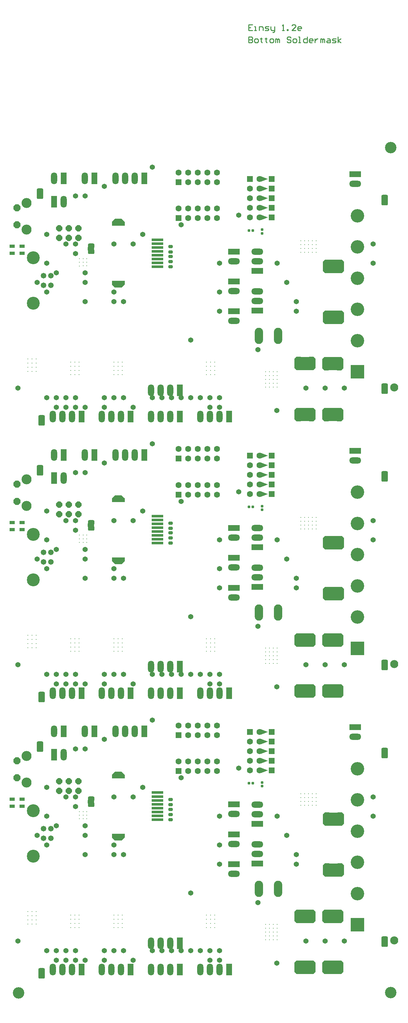
<source format=gbs>
G04*
G04 #@! TF.GenerationSoftware,Altium Limited,Altium Designer,21.0.8 (223)*
G04*
G04 Layer_Color=16711935*
%FSLAX24Y24*%
%MOIN*%
G70*
G04*
G04 #@! TF.SameCoordinates,E1815635-7A5D-4FD7-A7C0-F7DF1B681885*
G04*
G04*
G04 #@! TF.FilePolarity,Negative*
G04*
G01*
G75*
%ADD12C,0.0100*%
%ADD142C,0.0580*%
%ADD192C,0.0631*%
G04:AMPARAMS|DCode=196|XSize=118.7mil|YSize=118.7mil|CornerRadius=59.4mil|HoleSize=0mil|Usage=FLASHONLY|Rotation=90.000|XOffset=0mil|YOffset=0mil|HoleType=Round|Shape=RoundedRectangle|*
%AMROUNDEDRECTD196*
21,1,0.1187,0.0000,0,0,90.0*
21,1,0.0000,0.1187,0,0,90.0*
1,1,0.1187,0.0000,0.0000*
1,1,0.1187,0.0000,0.0000*
1,1,0.1187,0.0000,0.0000*
1,1,0.1187,0.0000,0.0000*
%
%ADD196ROUNDEDRECTD196*%
G04:AMPARAMS|DCode=201|XSize=26mil|YSize=28mil|CornerRadius=6.4mil|HoleSize=0mil|Usage=FLASHONLY|Rotation=90.000|XOffset=0mil|YOffset=0mil|HoleType=Round|Shape=RoundedRectangle|*
%AMROUNDEDRECTD201*
21,1,0.0260,0.0152,0,0,90.0*
21,1,0.0132,0.0280,0,0,90.0*
1,1,0.0128,0.0076,0.0066*
1,1,0.0128,0.0076,-0.0066*
1,1,0.0128,-0.0076,-0.0066*
1,1,0.0128,-0.0076,0.0066*
%
%ADD201ROUNDEDRECTD201*%
G04:AMPARAMS|DCode=207|XSize=26mil|YSize=28mil|CornerRadius=6.4mil|HoleSize=0mil|Usage=FLASHONLY|Rotation=180.000|XOffset=0mil|YOffset=0mil|HoleType=Round|Shape=RoundedRectangle|*
%AMROUNDEDRECTD207*
21,1,0.0260,0.0152,0,0,180.0*
21,1,0.0132,0.0280,0,0,180.0*
1,1,0.0128,-0.0066,0.0076*
1,1,0.0128,0.0066,0.0076*
1,1,0.0128,0.0066,-0.0076*
1,1,0.0128,-0.0066,-0.0076*
%
%ADD207ROUNDEDRECTD207*%
G04:AMPARAMS|DCode=222|XSize=33.1mil|YSize=43.4mil|CornerRadius=7.8mil|HoleSize=0mil|Usage=FLASHONLY|Rotation=90.000|XOffset=0mil|YOffset=0mil|HoleType=Round|Shape=RoundedRectangle|*
%AMROUNDEDRECTD222*
21,1,0.0331,0.0277,0,0,90.0*
21,1,0.0175,0.0434,0,0,90.0*
1,1,0.0157,0.0139,0.0087*
1,1,0.0157,0.0139,-0.0087*
1,1,0.0157,-0.0139,-0.0087*
1,1,0.0157,-0.0139,0.0087*
%
%ADD222ROUNDEDRECTD222*%
G04:AMPARAMS|DCode=230|XSize=54mil|YSize=54mil|CornerRadius=27mil|HoleSize=0mil|Usage=FLASHONLY|Rotation=270.000|XOffset=0mil|YOffset=0mil|HoleType=Round|Shape=RoundedRectangle|*
%AMROUNDEDRECTD230*
21,1,0.0540,0.0000,0,0,270.0*
21,1,0.0000,0.0540,0,0,270.0*
1,1,0.0540,0.0000,0.0000*
1,1,0.0540,0.0000,0.0000*
1,1,0.0540,0.0000,0.0000*
1,1,0.0540,0.0000,0.0000*
%
%ADD230ROUNDEDRECTD230*%
%ADD254R,0.0631X0.0631*%
%ADD255C,0.0631*%
%ADD256O,0.0865X0.1690*%
%ADD257R,0.0631X0.0631*%
G04:AMPARAMS|DCode=258|XSize=137mil|YSize=87mil|CornerRadius=0mil|HoleSize=0mil|Usage=FLASHONLY|Rotation=270.000|XOffset=0mil|YOffset=0mil|HoleType=Round|Shape=Octagon|*
%AMOCTAGOND258*
4,1,8,-0.0217,-0.0685,0.0217,-0.0685,0.0435,-0.0468,0.0435,0.0468,0.0217,0.0685,-0.0217,0.0685,-0.0435,0.0468,-0.0435,-0.0468,-0.0217,-0.0685,0.0*
%
%ADD258OCTAGOND258*%

%ADD259P,0.0714X8X22.5*%
%ADD260C,0.1345*%
%ADD261P,0.0801X8X292.5*%
%ADD262C,0.1040*%
%ADD263R,0.1240X0.0640*%
%ADD264O,0.1240X0.0640*%
%ADD265R,0.0640X0.1240*%
%ADD266O,0.0640X0.1240*%
%ADD267O,0.1400X0.1400*%
%ADD268R,0.1400X0.1400*%
%ADD269C,0.0840*%
%ADD270R,0.0704X0.0354*%
%ADD271R,0.1241X0.0280*%
G04:AMPARAMS|DCode=272|XSize=54mil|YSize=54mil|CornerRadius=27mil|HoleSize=0mil|Usage=FLASHONLY|Rotation=180.000|XOffset=0mil|YOffset=0mil|HoleType=Round|Shape=RoundedRectangle|*
%AMROUNDEDRECTD272*
21,1,0.0540,0.0000,0,0,180.0*
21,1,0.0000,0.0540,0,0,180.0*
1,1,0.0540,0.0000,0.0000*
1,1,0.0540,0.0000,0.0000*
1,1,0.0540,0.0000,0.0000*
1,1,0.0540,0.0000,0.0000*
%
%ADD272ROUNDEDRECTD272*%
G04:AMPARAMS|DCode=273|XSize=50mil|YSize=67mil|CornerRadius=13.5mil|HoleSize=0mil|Usage=FLASHONLY|Rotation=270.000|XOffset=0mil|YOffset=0mil|HoleType=Round|Shape=RoundedRectangle|*
%AMROUNDEDRECTD273*
21,1,0.0500,0.0400,0,0,270.0*
21,1,0.0230,0.0670,0,0,270.0*
1,1,0.0270,-0.0200,-0.0115*
1,1,0.0270,-0.0200,0.0115*
1,1,0.0270,0.0200,0.0115*
1,1,0.0270,0.0200,-0.0115*
%
%ADD273ROUNDEDRECTD273*%
%ADD274R,0.0532X0.0375*%
%ADD275R,0.0631X0.0631*%
%ADD276C,0.0100*%
G36*
X39025Y95285D02*
X38235Y94985D01*
X38355Y95105D01*
Y95465D01*
X38235Y95585D01*
X39025Y95285D01*
D02*
G37*
G36*
Y94285D02*
X38235Y93985D01*
X38355Y94105D01*
Y94465D01*
X38235Y94585D01*
X39025Y94285D01*
D02*
G37*
G36*
Y93285D02*
X38235Y92985D01*
X38355Y93105D01*
Y93465D01*
X38235Y93585D01*
X39025Y93285D01*
D02*
G37*
G36*
Y92285D02*
X38235Y91985D01*
X38355Y92105D01*
Y92465D01*
X38235Y92585D01*
X39025Y92285D01*
D02*
G37*
G36*
Y91285D02*
X38235Y90985D01*
X38355Y91105D01*
Y91465D01*
X38235Y91585D01*
X39025Y91285D01*
D02*
G37*
G36*
X24049Y90887D02*
X24104Y90832D01*
X24104Y90447D01*
X22765Y90447D01*
Y90832D01*
X23084Y91151D01*
X23785D01*
X24049Y90887D01*
D02*
G37*
G36*
X46289Y85514D02*
X45379D01*
Y86904D01*
X46289D01*
Y85514D01*
D02*
G37*
G36*
X24104Y84691D02*
X24104Y84305D01*
X24049Y84250D01*
X23785Y83986D01*
X23084D01*
X22765Y84305D01*
Y84691D01*
X24104Y84691D01*
D02*
G37*
G36*
X46289Y80214D02*
X45379D01*
Y81604D01*
X46289D01*
Y80214D01*
D02*
G37*
G36*
X43338Y75388D02*
X42428D01*
Y76778D01*
X43338D01*
Y75388D01*
D02*
G37*
G36*
X46239Y75384D02*
X45329D01*
Y76774D01*
X46239D01*
Y75384D01*
D02*
G37*
G36*
X43338Y70088D02*
X42428D01*
Y71478D01*
X43338D01*
Y70088D01*
D02*
G37*
G36*
X46239Y70084D02*
X45329D01*
Y71474D01*
X46239D01*
Y70084D01*
D02*
G37*
G36*
X39025Y66505D02*
X38235Y66205D01*
X38355Y66325D01*
Y66685D01*
X38235Y66805D01*
X39025Y66505D01*
D02*
G37*
G36*
Y65505D02*
X38235Y65205D01*
X38355Y65325D01*
Y65685D01*
X38235Y65805D01*
X39025Y65505D01*
D02*
G37*
G36*
Y64505D02*
X38235Y64205D01*
X38355Y64325D01*
Y64685D01*
X38235Y64805D01*
X39025Y64505D01*
D02*
G37*
G36*
Y63505D02*
X38235Y63205D01*
X38355Y63325D01*
Y63685D01*
X38235Y63805D01*
X39025Y63505D01*
D02*
G37*
G36*
Y62505D02*
X38235Y62205D01*
X38355Y62325D01*
Y62685D01*
X38235Y62805D01*
X39025Y62505D01*
D02*
G37*
G36*
X24049Y62108D02*
X24104Y62053D01*
X24104Y61667D01*
X22765Y61667D01*
Y62053D01*
X23084Y62372D01*
X23785D01*
X24049Y62108D01*
D02*
G37*
G36*
X46289Y56734D02*
X45379D01*
Y58124D01*
X46289D01*
Y56734D01*
D02*
G37*
G36*
X24104Y55911D02*
X24104Y55525D01*
X24049Y55470D01*
X23785Y55206D01*
X23084D01*
X22765Y55525D01*
Y55911D01*
X24104Y55911D01*
D02*
G37*
G36*
X46289Y51434D02*
X45379D01*
Y52824D01*
X46289D01*
Y51434D01*
D02*
G37*
G36*
X43338Y46608D02*
X42428D01*
Y47998D01*
X43338D01*
Y46608D01*
D02*
G37*
G36*
X46239Y46604D02*
X45329D01*
Y47994D01*
X46239D01*
Y46604D01*
D02*
G37*
G36*
X43338Y41308D02*
X42428D01*
Y42698D01*
X43338D01*
Y41308D01*
D02*
G37*
G36*
X46239Y41304D02*
X45329D01*
Y42694D01*
X46239D01*
Y41304D01*
D02*
G37*
G36*
X39025Y37726D02*
X38235Y37426D01*
X38355Y37546D01*
Y37906D01*
X38235Y38026D01*
X39025Y37726D01*
D02*
G37*
G36*
Y36726D02*
X38235Y36426D01*
X38355Y36546D01*
Y36906D01*
X38235Y37026D01*
X39025Y36726D01*
D02*
G37*
G36*
Y35726D02*
X38235Y35426D01*
X38355Y35546D01*
Y35906D01*
X38235Y36026D01*
X39025Y35726D01*
D02*
G37*
G36*
Y34726D02*
X38235Y34426D01*
X38355Y34546D01*
Y34906D01*
X38235Y35026D01*
X39025Y34726D01*
D02*
G37*
G36*
Y33726D02*
X38235Y33426D01*
X38355Y33546D01*
Y33906D01*
X38235Y34026D01*
X39025Y33726D01*
D02*
G37*
G36*
X24049Y33328D02*
X24104Y33273D01*
X24104Y32887D01*
X22765Y32887D01*
Y33273D01*
X23084Y33592D01*
X23785D01*
X24049Y33328D01*
D02*
G37*
G36*
X46289Y27955D02*
X45379D01*
Y29345D01*
X46289D01*
Y27955D01*
D02*
G37*
G36*
X24104Y27132D02*
X24104Y26746D01*
X24049Y26691D01*
X23785Y26427D01*
X23084D01*
X22765Y26746D01*
Y27132D01*
X24104Y27132D01*
D02*
G37*
G36*
X46289Y22655D02*
X45379D01*
Y24045D01*
X46289D01*
Y22655D01*
D02*
G37*
G36*
X43338Y17829D02*
X42428D01*
Y19218D01*
X43338D01*
Y17829D01*
D02*
G37*
G36*
X46239Y17825D02*
X45329D01*
Y19215D01*
X46239D01*
Y17825D01*
D02*
G37*
G36*
X43338Y12529D02*
X42428D01*
Y13918D01*
X43338D01*
Y12529D01*
D02*
G37*
G36*
X46239Y12525D02*
X45329D01*
Y13915D01*
X46239D01*
Y12525D01*
D02*
G37*
G54D12*
X37000Y110100D02*
Y109500D01*
X37300D01*
X37400Y109600D01*
Y109700D01*
X37300Y109800D01*
X37000D01*
X37300D01*
X37400Y109900D01*
Y110000D01*
X37300Y110100D01*
X37000D01*
X37700Y109500D02*
X37900D01*
X38000Y109600D01*
Y109800D01*
X37900Y109900D01*
X37700D01*
X37600Y109800D01*
Y109600D01*
X37700Y109500D01*
X38300Y110000D02*
Y109900D01*
X38200D01*
X38400D01*
X38300D01*
Y109600D01*
X38400Y109500D01*
X38799Y110000D02*
Y109900D01*
X38699D01*
X38899D01*
X38799D01*
Y109600D01*
X38899Y109500D01*
X39299D02*
X39499D01*
X39599Y109600D01*
Y109800D01*
X39499Y109900D01*
X39299D01*
X39199Y109800D01*
Y109600D01*
X39299Y109500D01*
X39799D02*
Y109900D01*
X39899D01*
X39999Y109800D01*
Y109500D01*
Y109800D01*
X40099Y109900D01*
X40199Y109800D01*
Y109500D01*
X41399Y110000D02*
X41299Y110100D01*
X41099D01*
X40999Y110000D01*
Y109900D01*
X41099Y109800D01*
X41299D01*
X41399Y109700D01*
Y109600D01*
X41299Y109500D01*
X41099D01*
X40999Y109600D01*
X41698Y109500D02*
X41898D01*
X41998Y109600D01*
Y109800D01*
X41898Y109900D01*
X41698D01*
X41599Y109800D01*
Y109600D01*
X41698Y109500D01*
X42198D02*
X42398D01*
X42298D01*
Y110100D01*
X42198D01*
X43098D02*
Y109500D01*
X42798D01*
X42698Y109600D01*
Y109800D01*
X42798Y109900D01*
X43098D01*
X43598Y109500D02*
X43398D01*
X43298Y109600D01*
Y109800D01*
X43398Y109900D01*
X43598D01*
X43698Y109800D01*
Y109700D01*
X43298D01*
X43898Y109900D02*
Y109500D01*
Y109700D01*
X43998Y109800D01*
X44098Y109900D01*
X44198D01*
X44498Y109500D02*
Y109900D01*
X44598D01*
X44698Y109800D01*
Y109500D01*
Y109800D01*
X44797Y109900D01*
X44897Y109800D01*
Y109500D01*
X45197Y109900D02*
X45397D01*
X45497Y109800D01*
Y109500D01*
X45197D01*
X45097Y109600D01*
X45197Y109700D01*
X45497D01*
X45697Y109500D02*
X45997D01*
X46097Y109600D01*
X45997Y109700D01*
X45797D01*
X45697Y109800D01*
X45797Y109900D01*
X46097D01*
X46297Y109500D02*
Y110100D01*
Y109700D02*
X46597Y109900D01*
X46297Y109700D02*
X46597Y109500D01*
X37400Y111350D02*
X37000D01*
Y110750D01*
X37400D01*
X37000Y111050D02*
X37200D01*
X37600Y110750D02*
X37800D01*
X37700D01*
Y111150D01*
X37600D01*
X38100Y110750D02*
Y111150D01*
X38400D01*
X38500Y111050D01*
Y110750D01*
X38699D02*
X38999D01*
X39099Y110850D01*
X38999Y110950D01*
X38799D01*
X38699Y111050D01*
X38799Y111150D01*
X39099D01*
X39299D02*
Y110850D01*
X39399Y110750D01*
X39699D01*
Y110650D01*
X39599Y110550D01*
X39499D01*
X39699Y110750D02*
Y111150D01*
X40499Y110750D02*
X40699D01*
X40599D01*
Y111350D01*
X40499Y111250D01*
X40999Y110750D02*
Y110850D01*
X41099D01*
Y110750D01*
X40999D01*
X41898D02*
X41499D01*
X41898Y111150D01*
Y111250D01*
X41798Y111350D01*
X41599D01*
X41499Y111250D01*
X42398Y110750D02*
X42198D01*
X42098Y110850D01*
Y111050D01*
X42198Y111150D01*
X42398D01*
X42498Y111050D01*
Y110950D01*
X42098D01*
G54D142*
X16427Y26665D02*
D03*
Y27657D02*
D03*
X15637D02*
D03*
Y26665D02*
D03*
X16427Y55445D02*
D03*
Y56437D02*
D03*
X15637D02*
D03*
Y55445D02*
D03*
X16427Y84224D02*
D03*
Y85217D02*
D03*
X15637D02*
D03*
Y84224D02*
D03*
G54D192*
X38135Y37726D02*
D03*
Y36726D02*
D03*
Y35726D02*
D03*
Y34726D02*
D03*
Y33726D02*
D03*
Y66505D02*
D03*
Y65505D02*
D03*
Y64505D02*
D03*
Y63505D02*
D03*
Y62505D02*
D03*
Y95285D02*
D03*
Y94285D02*
D03*
Y93285D02*
D03*
Y92285D02*
D03*
Y91285D02*
D03*
G54D196*
X51800Y98572D02*
D03*
Y10600D02*
D03*
X13061Y10561D02*
D03*
G54D201*
X38407Y32088D02*
D03*
Y32467D02*
D03*
Y60868D02*
D03*
Y61247D02*
D03*
Y89648D02*
D03*
Y90027D02*
D03*
G54D207*
X37432Y32389D02*
D03*
X37053D02*
D03*
X37432Y61168D02*
D03*
X37053D02*
D03*
X37432Y89948D02*
D03*
X37053D02*
D03*
G54D222*
X28870Y29145D02*
D03*
Y28610D02*
D03*
Y29677D02*
D03*
Y29141D02*
D03*
Y30691D02*
D03*
Y30155D02*
D03*
Y57925D02*
D03*
Y57389D02*
D03*
Y58456D02*
D03*
Y57921D02*
D03*
Y59470D02*
D03*
Y58935D02*
D03*
Y86704D02*
D03*
Y86169D02*
D03*
Y87236D02*
D03*
Y86701D02*
D03*
Y88250D02*
D03*
Y87714D02*
D03*
G54D230*
X25968Y31969D02*
D03*
X32968Y13968D02*
D03*
X16968D02*
D03*
X17968D02*
D03*
X18968D02*
D03*
X19969D02*
D03*
X21969D02*
D03*
X24969D02*
D03*
X33969D02*
D03*
X41968Y23969D02*
D03*
X40968Y26969D02*
D03*
X39969Y28969D02*
D03*
X30968Y14969D02*
D03*
X32968D02*
D03*
X31969D02*
D03*
X33969D02*
D03*
X26969D02*
D03*
X28969D02*
D03*
X27968D02*
D03*
X29969D02*
D03*
X18968D02*
D03*
X22968D02*
D03*
X21969D02*
D03*
X23969D02*
D03*
X12968Y15969D02*
D03*
X39938Y13649D02*
D03*
X33969Y23969D02*
D03*
X35968Y33969D02*
D03*
X16968Y14969D02*
D03*
X15969D02*
D03*
X17968D02*
D03*
X16968Y27968D02*
D03*
X15969Y28969D02*
D03*
X19969Y35968D02*
D03*
X30968Y20968D02*
D03*
X25968Y60748D02*
D03*
X32968Y42748D02*
D03*
X16968D02*
D03*
X17968D02*
D03*
X18968D02*
D03*
X19969D02*
D03*
X21969D02*
D03*
X24969D02*
D03*
X33969D02*
D03*
X41968Y52748D02*
D03*
X40968Y55748D02*
D03*
X39969Y57748D02*
D03*
X30968Y43748D02*
D03*
X32968D02*
D03*
X31969D02*
D03*
X33969D02*
D03*
X26969D02*
D03*
X28969D02*
D03*
X27968D02*
D03*
X29969D02*
D03*
X18968D02*
D03*
X22968D02*
D03*
X21969D02*
D03*
X23969D02*
D03*
X12968Y44748D02*
D03*
X39938Y42428D02*
D03*
X33969Y52748D02*
D03*
X35968Y62748D02*
D03*
X16968Y43748D02*
D03*
X15969D02*
D03*
X17968D02*
D03*
X16968Y56748D02*
D03*
X15969Y57748D02*
D03*
X19969Y64748D02*
D03*
X30968Y49748D02*
D03*
X25968Y89528D02*
D03*
X32968Y71528D02*
D03*
X16968D02*
D03*
X17968D02*
D03*
X18968D02*
D03*
X19969D02*
D03*
X21969D02*
D03*
X24969D02*
D03*
X33969D02*
D03*
X41968Y81528D02*
D03*
X40968Y84528D02*
D03*
X39969Y86528D02*
D03*
X30968Y72528D02*
D03*
X32968D02*
D03*
X31969D02*
D03*
X33969D02*
D03*
X26969D02*
D03*
X28969D02*
D03*
X27968D02*
D03*
X29969D02*
D03*
X18968D02*
D03*
X22968D02*
D03*
X21969D02*
D03*
X23969D02*
D03*
X12968Y73528D02*
D03*
X39938Y71208D02*
D03*
X33969Y81528D02*
D03*
X35968Y91528D02*
D03*
X16968Y72528D02*
D03*
X15969D02*
D03*
X17968D02*
D03*
X16968Y85528D02*
D03*
X15969Y86528D02*
D03*
X19969Y93528D02*
D03*
X30968Y78528D02*
D03*
G54D254*
X29708Y37408D02*
D03*
Y33658D02*
D03*
Y66188D02*
D03*
Y62438D02*
D03*
Y94968D02*
D03*
Y91218D02*
D03*
G54D255*
Y38409D02*
D03*
X30708Y37408D02*
D03*
Y38409D02*
D03*
X31709Y37408D02*
D03*
Y38409D02*
D03*
X32708Y37408D02*
D03*
Y38409D02*
D03*
X33709Y37408D02*
D03*
Y38409D02*
D03*
X37135Y33726D02*
D03*
Y34726D02*
D03*
Y35726D02*
D03*
Y36726D02*
D03*
X33709Y34659D02*
D03*
Y33658D02*
D03*
X32708Y34659D02*
D03*
Y33658D02*
D03*
X31709Y34659D02*
D03*
Y33658D02*
D03*
X30708Y34659D02*
D03*
Y33658D02*
D03*
X29708Y34659D02*
D03*
Y67188D02*
D03*
X30708Y66188D02*
D03*
Y67188D02*
D03*
X31709Y66188D02*
D03*
Y67188D02*
D03*
X32708Y66188D02*
D03*
Y67188D02*
D03*
X33709Y66188D02*
D03*
Y67188D02*
D03*
X37135Y62505D02*
D03*
Y63505D02*
D03*
Y64505D02*
D03*
Y65505D02*
D03*
X33709Y63438D02*
D03*
Y62438D02*
D03*
X32708Y63438D02*
D03*
Y62438D02*
D03*
X31709Y63438D02*
D03*
Y62438D02*
D03*
X30708Y63438D02*
D03*
Y62438D02*
D03*
X29708Y63438D02*
D03*
Y95968D02*
D03*
X30708Y94968D02*
D03*
Y95968D02*
D03*
X31709Y94968D02*
D03*
Y95968D02*
D03*
X32708Y94968D02*
D03*
Y95968D02*
D03*
X33709Y94968D02*
D03*
Y95968D02*
D03*
X37135Y91285D02*
D03*
Y92285D02*
D03*
Y93285D02*
D03*
Y94285D02*
D03*
X33709Y92218D02*
D03*
Y91218D02*
D03*
X32708Y92218D02*
D03*
Y91218D02*
D03*
X31709Y92218D02*
D03*
Y91218D02*
D03*
X30708Y92218D02*
D03*
Y91218D02*
D03*
X29708Y92218D02*
D03*
G54D256*
X38078Y21398D02*
D03*
X40079D02*
D03*
X38078Y50178D02*
D03*
X40079D02*
D03*
X38078Y78958D02*
D03*
X40079D02*
D03*
G54D257*
X37135Y37726D02*
D03*
Y66505D02*
D03*
Y95285D02*
D03*
G54D258*
X43558Y13222D02*
D03*
X42218D02*
D03*
Y18522D02*
D03*
X43558D02*
D03*
X45168Y28649D02*
D03*
X46508D02*
D03*
Y23349D02*
D03*
X45168D02*
D03*
X46459Y18519D02*
D03*
X45118D02*
D03*
Y13218D02*
D03*
X46459D02*
D03*
X43558Y42002D02*
D03*
X42218D02*
D03*
Y47302D02*
D03*
X43558D02*
D03*
X45168Y57428D02*
D03*
X46508D02*
D03*
Y52128D02*
D03*
X45168D02*
D03*
X46459Y47298D02*
D03*
X45118D02*
D03*
Y41998D02*
D03*
X46459D02*
D03*
X43558Y70781D02*
D03*
X42218D02*
D03*
Y76082D02*
D03*
X43558D02*
D03*
X45168Y86208D02*
D03*
X46508D02*
D03*
Y80908D02*
D03*
X45168D02*
D03*
X46459Y76078D02*
D03*
X45118D02*
D03*
Y70778D02*
D03*
X46459D02*
D03*
G54D259*
X17294Y31614D02*
D03*
Y32614D02*
D03*
X18294Y31614D02*
D03*
Y32614D02*
D03*
X19294Y31614D02*
D03*
Y32614D02*
D03*
X17294Y60394D02*
D03*
Y61394D02*
D03*
X18294Y60394D02*
D03*
Y61394D02*
D03*
X19294Y60394D02*
D03*
Y61394D02*
D03*
X17294Y89173D02*
D03*
Y90173D02*
D03*
X18294Y89173D02*
D03*
Y90173D02*
D03*
X19294Y89173D02*
D03*
Y90173D02*
D03*
G54D260*
X14567Y29528D02*
D03*
Y24795D02*
D03*
Y58307D02*
D03*
Y53575D02*
D03*
Y87087D02*
D03*
Y82354D02*
D03*
G54D261*
X12896Y34748D02*
D03*
Y32968D02*
D03*
Y63528D02*
D03*
Y61748D02*
D03*
Y92307D02*
D03*
Y90527D02*
D03*
G54D262*
X13876Y35238D02*
D03*
Y32478D02*
D03*
Y64018D02*
D03*
Y61258D02*
D03*
Y92797D02*
D03*
Y90037D02*
D03*
G54D263*
X37898Y24039D02*
D03*
X35472Y30185D02*
D03*
Y27075D02*
D03*
Y23965D02*
D03*
X48119Y38228D02*
D03*
X37908Y28179D02*
D03*
X37898Y52818D02*
D03*
X35472Y58965D02*
D03*
Y55854D02*
D03*
Y52744D02*
D03*
X48119Y67008D02*
D03*
X37908Y56958D02*
D03*
X37898Y81598D02*
D03*
X35472Y87744D02*
D03*
Y84634D02*
D03*
Y81524D02*
D03*
X48119Y95788D02*
D03*
X37908Y85738D02*
D03*
G54D264*
X37898Y25038D02*
D03*
Y26038D02*
D03*
X35472Y29185D02*
D03*
Y26075D02*
D03*
Y22965D02*
D03*
X48119Y37229D02*
D03*
X37908Y30178D02*
D03*
Y29179D02*
D03*
X37898Y53818D02*
D03*
Y54818D02*
D03*
X35472Y57965D02*
D03*
Y54854D02*
D03*
Y51744D02*
D03*
X48119Y66008D02*
D03*
X37908Y58958D02*
D03*
Y57958D02*
D03*
X37898Y82598D02*
D03*
Y83598D02*
D03*
X35472Y86744D02*
D03*
Y83634D02*
D03*
Y80524D02*
D03*
X48119Y94788D02*
D03*
X37908Y87738D02*
D03*
Y86738D02*
D03*
G54D265*
X20951Y37791D02*
D03*
X26131Y37795D02*
D03*
X19611Y12991D02*
D03*
X24729D02*
D03*
X29847Y15747D02*
D03*
Y12991D02*
D03*
X34969Y12995D02*
D03*
X16741Y35381D02*
D03*
X17741Y37791D02*
D03*
X20951Y66571D02*
D03*
X26131Y66575D02*
D03*
X19611Y41771D02*
D03*
X24729D02*
D03*
X29847Y44526D02*
D03*
Y41771D02*
D03*
X34969Y41774D02*
D03*
X16741Y64161D02*
D03*
X17741Y66571D02*
D03*
X20951Y95350D02*
D03*
X26131Y95354D02*
D03*
X19611Y70550D02*
D03*
X24729D02*
D03*
X29847Y73306D02*
D03*
Y70550D02*
D03*
X34969Y70554D02*
D03*
X16741Y92940D02*
D03*
X17741Y95350D02*
D03*
G54D266*
X19951Y37791D02*
D03*
X25131Y37795D02*
D03*
X24131D02*
D03*
X23131D02*
D03*
X16611Y12991D02*
D03*
X17611D02*
D03*
X18611D02*
D03*
X21729D02*
D03*
X22729D02*
D03*
X23729D02*
D03*
X26847Y15747D02*
D03*
X27847D02*
D03*
X28847D02*
D03*
X26847Y12991D02*
D03*
X27847D02*
D03*
X28847D02*
D03*
X31969Y12995D02*
D03*
X32969D02*
D03*
X33969D02*
D03*
X17741Y35381D02*
D03*
X16741Y37791D02*
D03*
X19951Y66571D02*
D03*
X25131Y66575D02*
D03*
X24131D02*
D03*
X23131D02*
D03*
X16611Y41771D02*
D03*
X17611D02*
D03*
X18611D02*
D03*
X21729D02*
D03*
X22729D02*
D03*
X23729D02*
D03*
X26847Y44526D02*
D03*
X27847D02*
D03*
X28847D02*
D03*
X26847Y41771D02*
D03*
X27847D02*
D03*
X28847D02*
D03*
X31969Y41774D02*
D03*
X32969D02*
D03*
X33969D02*
D03*
X17741Y64161D02*
D03*
X16741Y66571D02*
D03*
X19951Y95350D02*
D03*
X25131Y95354D02*
D03*
X24131D02*
D03*
X23131D02*
D03*
X16611Y70550D02*
D03*
X17611D02*
D03*
X18611D02*
D03*
X21729D02*
D03*
X22729D02*
D03*
X23729D02*
D03*
X26847Y73306D02*
D03*
X27847D02*
D03*
X28847D02*
D03*
X26847Y70550D02*
D03*
X27847D02*
D03*
X28847D02*
D03*
X31969Y70554D02*
D03*
X32969D02*
D03*
X33969D02*
D03*
X17741Y92940D02*
D03*
X16741Y95350D02*
D03*
G54D267*
X48338Y33914D02*
D03*
Y30663D02*
D03*
Y27413D02*
D03*
Y24163D02*
D03*
Y20914D02*
D03*
Y62693D02*
D03*
Y59443D02*
D03*
Y56193D02*
D03*
Y52943D02*
D03*
Y49693D02*
D03*
Y91473D02*
D03*
Y88223D02*
D03*
Y84973D02*
D03*
Y81723D02*
D03*
Y78473D02*
D03*
G54D268*
Y17664D02*
D03*
Y46443D02*
D03*
Y75223D02*
D03*
G54D269*
X52175Y16024D02*
D03*
Y44803D02*
D03*
Y73583D02*
D03*
G54D270*
X20593Y30472D02*
D03*
X51190Y15895D02*
D03*
X15263Y36211D02*
D03*
X15443Y12601D02*
D03*
X51183Y35551D02*
D03*
X20593Y59252D02*
D03*
X51190Y44675D02*
D03*
X15263Y64990D02*
D03*
X15443Y41380D02*
D03*
X51183Y64330D02*
D03*
X20593Y88032D02*
D03*
X51190Y73454D02*
D03*
X15263Y93770D02*
D03*
X15443Y70160D02*
D03*
X51183Y93110D02*
D03*
G54D271*
X27502Y28604D02*
D03*
Y29809D02*
D03*
Y30210D02*
D03*
Y30612D02*
D03*
Y31013D02*
D03*
Y31415D02*
D03*
Y29407D02*
D03*
Y29006D02*
D03*
Y57384D02*
D03*
Y58588D02*
D03*
Y58990D02*
D03*
Y59391D02*
D03*
Y59793D02*
D03*
Y60195D02*
D03*
Y58187D02*
D03*
Y57785D02*
D03*
Y86163D02*
D03*
Y87368D02*
D03*
Y87769D02*
D03*
Y88171D02*
D03*
Y88573D02*
D03*
Y88974D02*
D03*
Y86966D02*
D03*
Y86565D02*
D03*
G54D272*
X33969Y25968D02*
D03*
Y28969D02*
D03*
X46968Y15969D02*
D03*
X44969D02*
D03*
X42969D02*
D03*
X26969Y38969D02*
D03*
X14969Y26969D02*
D03*
X15969Y25968D02*
D03*
X18968Y30968D02*
D03*
X15969Y31969D02*
D03*
X17968Y30968D02*
D03*
X18968Y29969D02*
D03*
X21978Y36969D02*
D03*
X18968Y35968D02*
D03*
X24969Y30968D02*
D03*
X29969Y32968D02*
D03*
X22968Y30968D02*
D03*
X41968Y24969D02*
D03*
X49969Y28969D02*
D03*
X37968Y19969D02*
D03*
X49969Y30968D02*
D03*
X19969Y24969D02*
D03*
Y26969D02*
D03*
Y27968D02*
D03*
X22968Y25968D02*
D03*
X23969Y24969D02*
D03*
X22968D02*
D03*
X33969Y54748D02*
D03*
Y57748D02*
D03*
X46968Y44748D02*
D03*
X44969D02*
D03*
X42969D02*
D03*
X26969Y67748D02*
D03*
X14969Y55748D02*
D03*
X15969Y54748D02*
D03*
X18968Y59748D02*
D03*
X15969Y60748D02*
D03*
X17968Y59748D02*
D03*
X18968Y58748D02*
D03*
X21978Y65748D02*
D03*
X18968Y64748D02*
D03*
X24969Y59748D02*
D03*
X29969Y61748D02*
D03*
X22968Y59748D02*
D03*
X41968Y53748D02*
D03*
X49969Y57748D02*
D03*
X37968Y48748D02*
D03*
X49969Y59748D02*
D03*
X19969Y53748D02*
D03*
Y55748D02*
D03*
Y56748D02*
D03*
X22968Y54748D02*
D03*
X23969Y53748D02*
D03*
X22968D02*
D03*
X33969Y83528D02*
D03*
Y86528D02*
D03*
X46968Y73528D02*
D03*
X44969D02*
D03*
X42969D02*
D03*
X26969Y96528D02*
D03*
X14969Y84528D02*
D03*
X15969Y83528D02*
D03*
X18968Y88528D02*
D03*
X15969Y89528D02*
D03*
X17968Y88528D02*
D03*
X18968Y87528D02*
D03*
X21978Y94528D02*
D03*
X18968Y93528D02*
D03*
X24969Y88528D02*
D03*
X29969Y90528D02*
D03*
X22968Y88528D02*
D03*
X41968Y82528D02*
D03*
X49969Y86528D02*
D03*
X37968Y77528D02*
D03*
X49969Y88528D02*
D03*
X19969Y82528D02*
D03*
Y84528D02*
D03*
Y85528D02*
D03*
X22968Y83528D02*
D03*
X23969Y82528D02*
D03*
X22968D02*
D03*
G54D273*
X20600Y30763D02*
D03*
Y30163D02*
D03*
X51183Y15605D02*
D03*
Y16205D02*
D03*
X15271Y36501D02*
D03*
Y35901D02*
D03*
X15451Y12891D02*
D03*
Y12291D02*
D03*
X51191Y35841D02*
D03*
Y35241D02*
D03*
X20600Y59542D02*
D03*
Y58942D02*
D03*
X51183Y44385D02*
D03*
Y44985D02*
D03*
X15271Y65281D02*
D03*
Y64681D02*
D03*
X15451Y41671D02*
D03*
Y41071D02*
D03*
X51191Y64621D02*
D03*
Y64021D02*
D03*
X20600Y88322D02*
D03*
Y87722D02*
D03*
X51183Y73164D02*
D03*
Y73764D02*
D03*
X15271Y94060D02*
D03*
Y93460D02*
D03*
X15451Y70450D02*
D03*
Y69850D02*
D03*
X51191Y93400D02*
D03*
Y92800D02*
D03*
G54D274*
X12391Y30007D02*
D03*
Y30735D02*
D03*
X13411D02*
D03*
Y30007D02*
D03*
X12391Y58786D02*
D03*
Y59515D02*
D03*
X13411D02*
D03*
Y58786D02*
D03*
X12391Y87566D02*
D03*
Y88294D02*
D03*
X13411D02*
D03*
Y87566D02*
D03*
G54D275*
X39415Y37726D02*
D03*
Y36726D02*
D03*
Y35726D02*
D03*
Y34726D02*
D03*
Y33726D02*
D03*
Y66505D02*
D03*
Y65505D02*
D03*
Y64505D02*
D03*
Y63505D02*
D03*
Y62505D02*
D03*
Y95285D02*
D03*
Y94285D02*
D03*
Y93285D02*
D03*
Y92285D02*
D03*
Y91285D02*
D03*
G54D276*
X43630Y30096D02*
D03*
X44030D02*
D03*
Y30496D02*
D03*
X43630D02*
D03*
Y30896D02*
D03*
X44030D02*
D03*
Y31296D02*
D03*
X43630D02*
D03*
X42830D02*
D03*
X42430D02*
D03*
Y30896D02*
D03*
X42830D02*
D03*
Y30496D02*
D03*
X42430D02*
D03*
Y30096D02*
D03*
X42830D02*
D03*
X43230D02*
D03*
Y30496D02*
D03*
Y31296D02*
D03*
Y30896D02*
D03*
X39977Y17285D02*
D03*
Y17685D02*
D03*
X39577D02*
D03*
Y17285D02*
D03*
X39177D02*
D03*
Y17685D02*
D03*
X38777D02*
D03*
Y17285D02*
D03*
Y16485D02*
D03*
Y16085D02*
D03*
X39177D02*
D03*
Y16485D02*
D03*
X39577D02*
D03*
Y16085D02*
D03*
X39977D02*
D03*
Y16485D02*
D03*
Y16885D02*
D03*
X39577D02*
D03*
X38777D02*
D03*
X39177D02*
D03*
X32625Y18659D02*
D03*
X33492Y17359D02*
D03*
X33059D02*
D03*
X32625D02*
D03*
X33492Y17793D02*
D03*
X33059D02*
D03*
X32625D02*
D03*
X33492Y18226D02*
D03*
X33059D02*
D03*
X32625D02*
D03*
X33492Y18659D02*
D03*
X33059D02*
D03*
X19769Y29069D02*
D03*
Y29443D02*
D03*
X19392Y29446D02*
D03*
X19396Y29069D02*
D03*
X19394Y28685D02*
D03*
X19769Y28694D02*
D03*
X20143D02*
D03*
Y29069D02*
D03*
Y29443D02*
D03*
X14445Y19019D02*
D03*
X14878D02*
D03*
X14012Y18586D02*
D03*
X14445D02*
D03*
X14878D02*
D03*
X14012Y18153D02*
D03*
X14445D02*
D03*
X14878D02*
D03*
X14012Y17719D02*
D03*
X14445D02*
D03*
X14878D02*
D03*
X14012Y19019D02*
D03*
X18918Y18659D02*
D03*
X19352D02*
D03*
X18485Y18226D02*
D03*
X18918D02*
D03*
X19352D02*
D03*
X18485Y17793D02*
D03*
X18918D02*
D03*
X19352D02*
D03*
X18485Y17359D02*
D03*
X18918D02*
D03*
X19352D02*
D03*
X18485Y18659D02*
D03*
X23419D02*
D03*
X23852D02*
D03*
X22985Y18226D02*
D03*
X23419D02*
D03*
X23852D02*
D03*
X22985Y17793D02*
D03*
X23419D02*
D03*
X23852D02*
D03*
X22985Y17359D02*
D03*
X23419D02*
D03*
X23852D02*
D03*
X22985Y18659D02*
D03*
X43630Y58876D02*
D03*
X44030D02*
D03*
Y59276D02*
D03*
X43630D02*
D03*
Y59676D02*
D03*
X44030D02*
D03*
Y60076D02*
D03*
X43630D02*
D03*
X42830D02*
D03*
X42430D02*
D03*
Y59676D02*
D03*
X42830D02*
D03*
Y59276D02*
D03*
X42430D02*
D03*
Y58876D02*
D03*
X42830D02*
D03*
X43230D02*
D03*
Y59276D02*
D03*
Y60076D02*
D03*
Y59676D02*
D03*
X39977Y46065D02*
D03*
Y46465D02*
D03*
X39577D02*
D03*
Y46065D02*
D03*
X39177D02*
D03*
Y46465D02*
D03*
X38777D02*
D03*
Y46065D02*
D03*
Y45265D02*
D03*
Y44865D02*
D03*
X39177D02*
D03*
Y45265D02*
D03*
X39577D02*
D03*
Y44865D02*
D03*
X39977D02*
D03*
Y45265D02*
D03*
Y45665D02*
D03*
X39577D02*
D03*
X38777D02*
D03*
X39177D02*
D03*
X32625Y47438D02*
D03*
X33492Y46139D02*
D03*
X33059D02*
D03*
X32625D02*
D03*
X33492Y46572D02*
D03*
X33059D02*
D03*
X32625D02*
D03*
X33492Y47005D02*
D03*
X33059D02*
D03*
X32625D02*
D03*
X33492Y47438D02*
D03*
X33059D02*
D03*
X19769Y57848D02*
D03*
Y58222D02*
D03*
X19392Y58226D02*
D03*
X19396Y57848D02*
D03*
X19394Y57464D02*
D03*
X19769Y57474D02*
D03*
X20143D02*
D03*
Y57848D02*
D03*
Y58222D02*
D03*
X14445Y47798D02*
D03*
X14878D02*
D03*
X14012Y47365D02*
D03*
X14445D02*
D03*
X14878D02*
D03*
X14012Y46932D02*
D03*
X14445D02*
D03*
X14878D02*
D03*
X14012Y46499D02*
D03*
X14445D02*
D03*
X14878D02*
D03*
X14012Y47798D02*
D03*
X18918Y47438D02*
D03*
X19352D02*
D03*
X18485Y47005D02*
D03*
X18918D02*
D03*
X19352D02*
D03*
X18485Y46572D02*
D03*
X18918D02*
D03*
X19352D02*
D03*
X18485Y46139D02*
D03*
X18918D02*
D03*
X19352D02*
D03*
X18485Y47438D02*
D03*
X23419D02*
D03*
X23852D02*
D03*
X22985Y47005D02*
D03*
X23419D02*
D03*
X23852D02*
D03*
X22985Y46572D02*
D03*
X23419D02*
D03*
X23852D02*
D03*
X22985Y46139D02*
D03*
X23419D02*
D03*
X23852D02*
D03*
X22985Y47438D02*
D03*
X43630Y87655D02*
D03*
X44030D02*
D03*
Y88055D02*
D03*
X43630D02*
D03*
Y88455D02*
D03*
X44030D02*
D03*
Y88855D02*
D03*
X43630D02*
D03*
X42830D02*
D03*
X42430D02*
D03*
Y88455D02*
D03*
X42830D02*
D03*
Y88055D02*
D03*
X42430D02*
D03*
Y87655D02*
D03*
X42830D02*
D03*
X43230D02*
D03*
Y88055D02*
D03*
Y88855D02*
D03*
Y88455D02*
D03*
X39977Y74844D02*
D03*
Y75244D02*
D03*
X39577D02*
D03*
Y74844D02*
D03*
X39177D02*
D03*
Y75244D02*
D03*
X38777D02*
D03*
Y74844D02*
D03*
Y74044D02*
D03*
Y73644D02*
D03*
X39177D02*
D03*
Y74044D02*
D03*
X39577D02*
D03*
Y73644D02*
D03*
X39977D02*
D03*
Y74044D02*
D03*
Y74444D02*
D03*
X39577D02*
D03*
X38777D02*
D03*
X39177D02*
D03*
X32625Y76218D02*
D03*
X33492Y74918D02*
D03*
X33059D02*
D03*
X32625D02*
D03*
X33492Y75352D02*
D03*
X33059D02*
D03*
X32625D02*
D03*
X33492Y75785D02*
D03*
X33059D02*
D03*
X32625D02*
D03*
X33492Y76218D02*
D03*
X33059D02*
D03*
X19769Y86628D02*
D03*
Y87002D02*
D03*
X19392Y87005D02*
D03*
X19396Y86628D02*
D03*
X19394Y86244D02*
D03*
X19769Y86254D02*
D03*
X20143D02*
D03*
Y86628D02*
D03*
Y87002D02*
D03*
X14445Y76578D02*
D03*
X14878D02*
D03*
X14012Y76145D02*
D03*
X14445D02*
D03*
X14878D02*
D03*
X14012Y75712D02*
D03*
X14445D02*
D03*
X14878D02*
D03*
X14012Y75279D02*
D03*
X14445D02*
D03*
X14878D02*
D03*
X14012Y76578D02*
D03*
X18918Y76218D02*
D03*
X19352D02*
D03*
X18485Y75785D02*
D03*
X18918D02*
D03*
X19352D02*
D03*
X18485Y75352D02*
D03*
X18918D02*
D03*
X19352D02*
D03*
X18485Y74918D02*
D03*
X18918D02*
D03*
X19352D02*
D03*
X18485Y76218D02*
D03*
X23419D02*
D03*
X23852D02*
D03*
X22985Y75785D02*
D03*
X23419D02*
D03*
X23852D02*
D03*
X22985Y75352D02*
D03*
X23419D02*
D03*
X23852D02*
D03*
X22985Y74918D02*
D03*
X23419D02*
D03*
X23852D02*
D03*
X22985Y76218D02*
D03*
M02*

</source>
